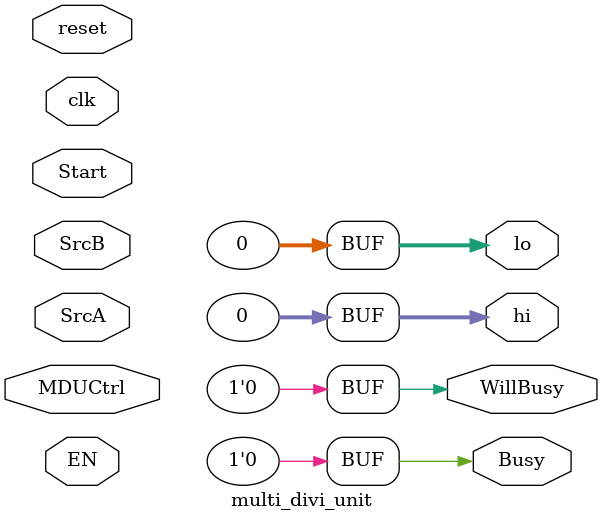
<source format=v>
`include "..\..\..\define.v"
`timescale 1ns / 1ps
module multi_divi_unit(
	input clk,
	input reset,
    input [31:0] SrcA,
    input [31:0] SrcB,
    input Start,
	input EN,
	input [2:0] MDUCtrl,
    output [31:0] lo,
    output [31:0] hi,
    output Busy,
	output WillBusy
    );
	assign WillBusy=0;
	assign lo=0;
	assign hi=0;
	assign Busy=0;
	/*
	reg [3:0] counter=0;
	
	assign Busy=~(counter==0);
	assign WillBusy=(counter>1)||(Start&&(MDUCtrl!=`mduMtlo&&MDUCtrl!=`mduMthi));
	
	reg [31:0] SrcA_reg=0, SrcB_reg=0;
	reg [2:0] MDUCtrl_reg=0;
	
	reg [31:0]lo_reg=0, hi_reg=0;
	assign lo=lo_reg;
	assign hi=hi_reg;
	

	always @(posedge clk)
	begin
		if(reset)
		begin
			lo_reg<=0;
			hi_reg<=0;
			counter<=0;
			SrcA_reg<=0;
			SrcB_reg<=0;
			MDUCtrl_reg<=0;
		end
		else
		begin
			if(Start&EN)
			begin
				SrcA_reg<=SrcA;
				SrcB_reg<=SrcB;
				MDUCtrl_reg<=MDUCtrl;
				case(MDUCtrl)
				
				`mduMult:
					counter<=5;
				`mduMultu:
					counter<=5;
				`mduDiv:
					counter<=10;
				`mduDivu:
					counter<=10;
				`mduMtlo:
				begin
					lo_reg<=SrcA;
					counter<=0;
				end
				`mduMthi:
				begin
					hi_reg<=SrcA;
					counter<=0;
				end
								
				endcase
			end
			else
			begin
				if(counter==4'd1)
					begin
						case(MDUCtrl_reg)
						`mduMult:
							{hi_reg,lo_reg}<=$signed($signed({{32{SrcA_reg[31]}},SrcA_reg})*$signed({{32{SrcB_reg[31]}},SrcB_reg}));
						`mduMultu:
							{hi_reg,lo_reg}<=$unsigned($unsigned({32'h0,SrcA_reg})*$unsigned({32'h0,SrcB_reg}));
						`mduDiv:
						begin
							lo_reg<=$signed($signed(SrcA_reg)/$signed(SrcB_reg));
							hi_reg<=$signed($signed(SrcA_reg)%$signed(SrcB_reg));
						end
						`mduDivu:
						begin
							lo_reg<=$unsigned($unsigned(SrcA_reg)/$unsigned(SrcB_reg));
							hi_reg<=$unsigned($unsigned(SrcA_reg)%$unsigned(SrcB_reg));
						end
						endcase
					end
				if(counter!=0)
				begin
					counter<=counter-4'd1;	
				end
			end
		end
	end
	*/
endmodule

</source>
